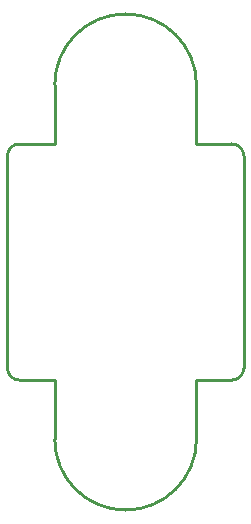
<source format=gko>
G04 Layer: BoardOutlineLayer*
G04 EasyEDA v6.5.20, 2023-08-22 18:50:07*
G04 a67cddfb3fce44daa9051d46cbbcc19f,10*
G04 Gerber Generator version 0.2*
G04 Scale: 100 percent, Rotated: No, Reflected: No *
G04 Dimensions in millimeters *
G04 leading zeros omitted , absolute positions ,4 integer and 5 decimal *
%FSLAX45Y45*%
%MOMM*%

%ADD10C,0.2540*%
D10*
X-899998Y-999997D02*
G01*
X-599947Y-999997D01*
X-599947Y-1499870D01*
X-599998Y1499996D02*
G01*
X-599998Y999947D01*
X-899998Y999997D01*
X-999997Y899998D02*
G01*
X-999997Y-899921D01*
X999997Y899998D02*
G01*
X999997Y-899921D01*
X899998Y-999997D02*
G01*
X600125Y-999997D01*
X599998Y-1499996D01*
X599947Y1499870D02*
G01*
X599947Y999997D01*
X899998Y999997D01*
G75*
G01*
X599999Y1499997D02*
G03*
X-599999Y1499997I-599999J0D01*
G75*
G01*
X599999Y-1499994D02*
G02*
X-599999Y-1499994I-599999J0D01*
G75*
G01*
X999998Y-899998D02*
G02*
X899998Y-999998I-100000J0D01*
G75*
G01*
X899998Y999998D02*
G02*
X999998Y899998I0J-100000D01*
G75*
G01*
X-899998Y-999998D02*
G02*
X-999998Y-899998I0J100000D01*
G75*
G01*
X-999998Y899998D02*
G02*
X-899998Y999998I100000J0D01*

%LPD*%
M02*

</source>
